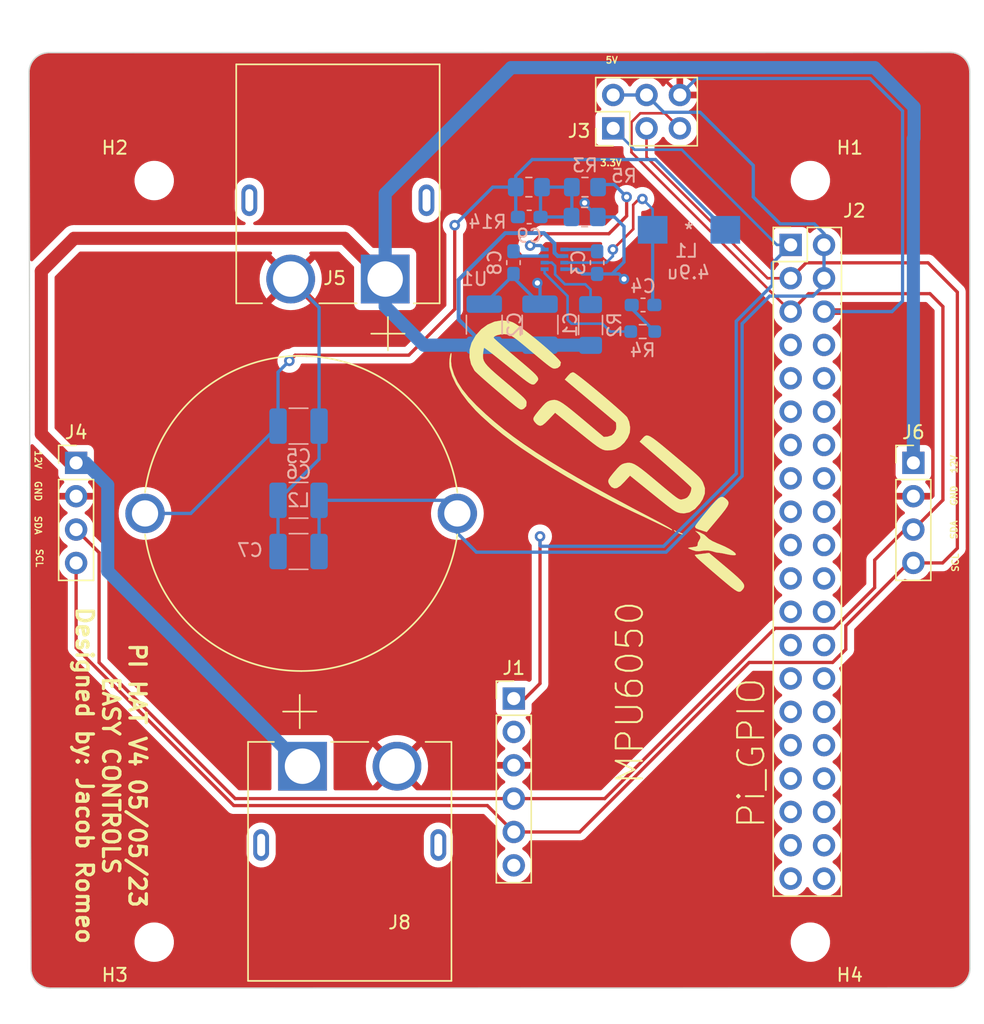
<source format=kicad_pcb>
(kicad_pcb (version 20221018) (generator pcbnew)
  (layers (0 "F.Cu" signal) (31 "B.Cu" signal) (34 "B.Paste" user) (35 "F.Paste" user) (36 "B.SilkS" user "B.Silkscreen") (37 "F.SilkS" user "F.Silkscreen") (38 "B.Mask" user) (39 "F.Mask" user) (44 "Edge.Cuts" user))
  (net 0 "")
  (net 1 "/Buck Converter/12V")
  (net 2 "Net-(U1-PG)")
  (net 3 "Net-(U1-SW)")
  (net 4 "Net-(U1-SS)")
  (net 14 "/3.3V")
  (net 34 "GND")
  (net 35 "/5V")
  (net 36 "/SCL")
  (net 37 "/SDA")
  (net 40 "Net-(C4-Pad2)")
  (net 41 "Net-(C5-Pad1)")
  (net 44 "Net-(C9-Pad2)")
  (net 49 "Net-(U1-EN{slash}SYNC)")
  (net 50 "Net-(U1-FB)")
  (net 51 "Net-(U1-BST)")
  (footprint "Connector_PinHeader_2.54mm:PinHeader_2x03_P2.54mm_Vertical" (layer "F.Cu") (at 137.475 70.525 90)
    (fp_text reference "J3" (at -0.2 -2.6) (layer "F.SilkS"))
    (fp_text value "Display")
    (pad "1" thru_hole rect (at 0 0 90) (size 1.7 1.7) (drill 1) (layers "*.Cu" "*.Mask") (net 14 "/3.3V"))
    (pad "2" thru_hole oval (at 2.54 0 90) (size 1.7 1.7) (drill 1) (layers "*.Cu" "*.Mask") (net 35 "/5V"))
    (pad "3" thru_hole oval (at 0 2.54 90) (size 1.7 1.7) (drill 1) (layers "*.Cu" "*.Mask") (net 37 "/SDA"))
    (pad "4" thru_hole oval (at 2.54 2.54 90) (size 1.7 1.7) (drill 1) (layers "*.Cu" "*.Mask") (net 35 "/5V"))
    (pad "5" thru_hole oval (at 0 5.08 90) (size 1.7 1.7) (drill 1) (layers "*.Cu" "*.Mask") (net 36 "/SCL"))
    (pad "6" thru_hole oval (at 2.54 5.08 90) (size 1.7 1.7) (drill 1) (layers "*.Cu" "*.Mask") (net 34 "GND"))
  )
  (footprint "MountingHole:MountingHole_2.5mm" (layer "F.Cu") (at 152.5 74.5)
    (fp_text reference "H1" (at 3 -2.5) (layer "F.SilkS"))
    (fp_text value "MountingHole" hide)
    (pad "" np_thru_hole circle (at 0 0) (size 2.5 2.5) (drill 2.5) (layers "*.Cu" "*.Mask"))
  )
  (footprint "MountingHole:MountingHole_2.5mm" (layer "F.Cu") (at 102.5 74.5)
    (fp_text reference "H2" (at -3 -2.5) (layer "F.SilkS"))
    (fp_text value "MountingHole" hide)
    (pad "" np_thru_hole circle (at 0 0) (size 2.5 2.5) (drill 2.5) (layers "*.Cu" "*.Mask"))
  )
  (footprint "MountingHole:MountingHole_2.5mm" (layer "F.Cu") (at 102.5 132.5)
    (fp_text reference "H3" (at -3 2.5) (layer "F.SilkS"))
    (fp_text value "MountingHole" hide)
    (pad "" np_thru_hole circle (at 0 0) (size 2.5 2.5) (drill 2.5) (layers "*.Cu" "*.Mask"))
  )
  (footprint "Connector_PinHeader_2.54mm:PinHeader_1x06_P2.54mm_Vertical" (layer "F.Cu") (at 129.9 113.95)
    (fp_text reference "J1" (at 0 -2.33) (layer "F.SilkS"))
    (fp_text value "MPU 6050")
    (pad "1" thru_hole rect (at 0 0) (size 1.7 1.7) (drill 1) (layers "*.Cu" "*.Mask") (net 14 "/3.3V"))
    (pad "2" thru_hole oval (at 0 2.54) (size 1.7 1.7) (drill 1) (layers "*.Cu" "*.Mask"))
    (pad "3" thru_hole oval (at 0 5.08) (size 1.7 1.7) (drill 1) (layers "*.Cu" "*.Mask") (net 34 "GND"))
    (pad "4" thru_hole oval (at 0 7.62) (size 1.7 1.7) (drill 1) (layers "*.Cu" "*.Mask") (net 36 "/SCL"))
    (pad "5" thru_hole oval (at 0 10.16) (size 1.7 1.7) (drill 1) (layers "*.Cu" "*.Mask") (net 37 "/SDA"))
    (pad "6" thru_hole oval (at 0 12.7) (size 1.7 1.7) (drill 1) (layers "*.Cu" "*.Mask"))
  )
  (footprint "MountingHole:MountingHole_2.5mm" (layer "F.Cu") (at 152.5 132.5)
    (fp_text reference "H4" (at 3 2.5) (layer "F.SilkS"))
    (fp_text value "MountingHole" hide)
    (pad "" np_thru_hole circle (at 0 0) (size 2.5 2.5) (drill 2.5) (layers "*.Cu" "*.Mask"))
  )
  (footprint "Connector_PinHeader_2.54mm:PinHeader_2x20_P2.54mm_Vertical" (layer "F.Cu") (at 151 79.4)
    (fp_text reference "J2" (at 4.85 -2.6) (layer "F.SilkS"))
    (fp_text value "Pi_GPIO" (at -3 38.7 90) (layer "F.SilkS") (effects (font (size 2 2))))
    (pad "1" thru_hole rect (at 0 0) (size 1.7 1.7) (drill 1) (layers "*.Cu" "*.Mask") (net 14 "/3.3V"))
    (pad "2" thru_hole oval (at 2.54 0) (size 1.7 1.7) (drill 1) (layers "*.Cu" "*.Mask") (net 35 "/5V"))
    (pad "3" thru_hole oval (at 0 2.54) (size 1.7 1.7) (drill 1) (layers "*.Cu" "*.Mask") (net 37 "/SDA"))
    (pad "4" thru_hole oval (at 2.54 2.54) (size 1.7 1.7) (drill 1) (layers "*.Cu" "*.Mask") (net 35 "/5V"))
    (pad "5" thru_hole oval (at 0 5.08) (size 1.7 1.7) (drill 1) (layers "*.Cu" "*.Mask") (net 36 "/SCL"))
    (pad "6" thru_hole oval (at 2.54 5.08) (size 1.7 1.7) (drill 1) (layers "*.Cu" "*.Mask") (net 34 "GND"))
    (pad "7" thru_hole oval (at 0 7.62) (size 1.7 1.7) (drill 1) (layers "*.Cu" "*.Mask"))
    (pad "8" thru_hole oval (at 2.54 7.62) (size 1.7 1.7) (drill 1) (layers "*.Cu" "*.Mask"))
    (pad "9" thru_hole oval (at 0 10.16) (size 1.7 1.7) (drill 1) (layers "*.Cu" "*.Mask"))
    (pad "10" thru_hole oval (at 2.54 10.16) (size 1.7 1.7) (drill 1) (layers "*.Cu" "*.Mask"))
    (pad "11" thru_hole oval (at 0 12.7) (size 1.7 1.7) (drill 1) (layers "*.Cu" "*.Mask"))
    (pad "12" thru_hole oval (at 2.54 12.7) (size 1.7 1.7) (drill 1) (layers "*.Cu" "*.Mask"))
    (pad "13" thru_hole oval (at 0 15.24) (size 1.7 1.7) (drill 1) (layers "*.Cu" "*.Mask"))
    (pad "14" thru_hole oval (at 2.54 15.24) (size 1.7 1.7) (drill 1) (layers "*.Cu" "*.Mask"))
    (pad "15" thru_hole oval (at 0 17.78) (size 1.7 1.7) (drill 1) (layers "*.Cu" "*.Mask"))
    (pad "16" thru_hole oval (at 2.54 17.78) (size 1.7 1.7) (drill 1) (layers "*.Cu" "*.Mask"))
    (pad "17" thru_hole oval (at 0 20.32) (size 1.7 1.7) (drill 1) (layers "*.Cu" "*.Mask"))
    (pad "18" thru_hole oval (at 2.54 20.32) (size 1.7 1.7) (drill 1) (layers "*.Cu" "*.Mask"))
    (pad "19" thru_hole oval (at 0 22.86) (size 1.7 1.7) (drill 1) (layers "*.Cu" "*.Mask"))
    (pad "20" thru_hole oval (at 2.54 22.86) (size 1.7 1.7) (drill 1) (layers "*.Cu" "*.Mask"))
    (pad "21" thru_hole oval (at 0 25.4) (size 1.7 1.7) (drill 1) (layers "*.Cu" "*.Mask"))
    (pad "22" thru_hole oval (at 2.54 25.4) (size 1.7 1.7) (drill 1) (layers "*.Cu" "*.Mask"))
    (pad "23" thru_hole oval (at 0 27.94) (size 1.7 1.7) (drill 1) (layers "*.Cu" "*.Mask"))
    (pad "24" thru_hole oval (at 2.54 27.94) (size 1.7 1.7) (drill 1) (layers "*.Cu" "*.Mask"))
    (pad "25" thru_hole oval (at 0 30.48) (size 1.7 1.7) (drill 1) (layers "*.Cu" "*.Mask"))
    (pad "26" thru_hole oval (at 2.54 30.48) (size 1.7 1.7) (drill 1) (layers "*.Cu" "*.Mask"))
    (pad "27" thru_hole oval (at 0 33.02) (size 1.7 1.7) (drill 1) (layers "*.Cu" "*.Mask"))
    (pad "28" thru_hole oval (at 2.54 33.02) (size 1.7 1.7) (drill 1) (layers "*.Cu" "*.Mask"))
    (pad "29" thru_hole oval (at 0 35.56) (size 1.7 1.7) (drill 1) (layers "*.Cu" "*.Mask"))
    (pad "30" thru_hole oval (at 2.54 35.56) (size 1.7 1.7) (drill 1) (layers "*.Cu" "*.Mask"))
    (pad "31" thru_hole oval (at 0 38.1) (size 1.7 1.7) (drill 1) (layers "*.Cu" "*.Mask"))
    (pad "32" thru_hole oval (at 2.54 38.1) (size 1.7 1.7) (drill 1) (layers "*.Cu" "*.Mask"))
    (pad "33" thru_hole oval (at 0 40.64) (size 1.7 1.7) (drill 1) (layers "*.Cu" "*.Mask"))
    (pad "34" thru_hole oval (at 2.54 40.64) (size 1.7 1.7) (drill 1) (layers "*.Cu" "*.Mask"))
    (pad "35" thru_hole oval (at 0 43.18) (size 1.7 1.7) (drill 1) (layers "*.Cu" "*.Mask"))
    (pad "36" thru_hole oval (at 2.54 43.18) (size 1.7 1.7) (drill 1) (layers "*.Cu" "*.Mask"))
    (pad "37" thru_hole oval (at 0 45.72) (size 1.7 1.7) (drill 1) (layers "*.Cu" "*.Mask"))
    (pad "38" thru_hole oval (at 2.54 45.72) (size 1.7 1.7) (drill 1) (layers "*.Cu" "*.Mask"))
    (pad "39" thru_hole oval (at 0 48.26) (size 1.7 1.7) (drill 1) (layers "*.Cu" "*.Mask"))
    (pad "40" thru_hole oval (at 2.54 48.26) (size 1.7 1.7) (drill 1) (layers "*.Cu" "*.Mask"))
  )
  (footprint "Connector_PinHeader_2.54mm:PinHeader_1x04_P2.54mm_Vertical" (layer "F.Cu") (at 96.55 96)
    (fp_text reference "J4" (at 0 -2.33) (layer "F.SilkS"))
    (fp_text value "Conn_01x04_Male")
    (pad "1" thru_hole rect (at 0 0) (size 1.7 1.7) (drill 1) (layers "*.Cu" "*.Mask") (net 1 "/Buck Converter/12V"))
    (pad "2" thru_hole oval (at 0 2.54) (size 1.7 1.7) (drill 1) (layers "*.Cu" "*.Mask") (net 34 "GND"))
    (pad "3" thru_hole oval (at 0 5.08) (size 1.7 1.7) (drill 1) (layers "*.Cu" "*.Mask") (net 36 "/SCL"))
    (pad "4" thru_hole oval (at 0 7.62) (size 1.7 1.7) (drill 1) (layers "*.Cu" "*.Mask") (net 37 "/SDA"))
  )
  (footprint ".pretty:AMASS_XT60PW-M" (layer "F.Cu") (at 116.5 76)
    (fp_text reference "J5" (at -0.25 5.93425) (layer "F.SilkS") (effects (font (size 1.000441 1.000441))))
    (fp_text value "XT60PW-M")
    (pad "1" thru_hole rect (at 3.6 6) (size 3.716 3.716) (drill 2.7) (layers "*.Cu" "*.Mask") (net 1 "/Buck Converter/12V"))
    (pad "2" thru_hole circle (at -3.6 6) (size 3.716 3.716) (drill 2.7) (layers "*.Cu" "*.Mask") (net 34 "GND"))
    (pad "S1" thru_hole oval (at 6.75 0) (size 1.2 2.4) (drill oval 0.6 1.7) (layers "*.Cu" "*.Mask"))
    (pad "S2" thru_hole oval (at -6.75 0) (size 1.2 2.4) (drill oval 0.6 1.7) (layers "*.Cu" "*.Mask"))
  )
  (footprint ".pretty:eppl_logo" (layer "F.Cu") (at 137.16 95.9104 -40)
    (fp_text reference "G***" hide)
    (fp_text value "LOGO" hide)
  )
  (footprint ".pretty:AMASS_XT60PW-M" (layer "F.Cu") (at 117.4 125.1 180)
    (fp_text reference "J8" (at -3.8 -5.9) (layer "F.SilkS") (effects (font (size 1.000441 1.000441))))
    (fp_text value "XT60PW-M")
    (pad "1" thru_hole rect (at 3.6 6 180) (size 3.716 3.716) (drill 2.7) (layers "*.Cu" "*.Mask") (net 1 "/Buck Converter/12V"))
    (pad "2" thru_hole circle (at -3.6 6 180) (size 3.716 3.716) (drill 2.7) (layers "*.Cu" "*.Mask") (net 34 "GND"))
    (pad "S1" thru_hole oval (at 6.75 0 180) (size 1.2 2.4) (drill oval 0.6 1.7) (layers "*.Cu" "*.Mask"))
    (pad "S2" thru_hole oval (at -6.75 0 180) (size 1.2 2.4) (drill oval 0.6 1.7) (layers "*.Cu" "*.Mask"))
  )
  (footprint ".pretty:IND_AIRD-02-151K" (layer "F.Cu") (at 113.7 99.85)
    (fp_text reference "L2" (at -0.2 -1) (layer "B.SilkS") (effects (justify mirror)))
    (fp_text value "220u")
    (pad "1" thru_hole circle (at -11.9 0) (size 3 3) (drill 2) (layers "*.Cu" "*.Mask") (net 41 "Net-(C5-Pad1)"))
    (pad "2" thru_hole circle (at 11.9 0) (size 3 3) (drill 2) (layers "*.Cu" "*.Mask") (net 35 "/5V"))
  )
  (footprint "Connector_PinHeader_2.54mm:PinHeader_1x04_P2.54mm_Vertical" (layer "F.Cu") (at 160.35 96)
    (fp_text reference "J6" (at 0 -2.33) (layer "F.SilkS"))
    (fp_text value "Conn_01x04_Male")
    (pad "1" thru_hole rect (at 0 0) (size 1.7 1.7) (drill 1) (layers "*.Cu" "*.Mask") (net 1 "/Buck Converter/12V"))
    (pad "2" thru_hole oval (at 0 2.54) (size 1.7 1.7) (drill 1) (layers "*.Cu" "*.Mask") (net 34 "GND"))
    (pad "3" thru_hole oval (at 0 5.08) (size 1.7 1.7) (drill 1) (layers "*.Cu" "*.Mask") (net 36 "/SCL"))
    (pad "4" thru_hole oval (at 0 7.62) (size 1.7 1.7) (drill 1) (layers "*.Cu" "*.Mask") (net 37 "/SDA"))
  )
  (footprint "Capacitor_SMD:C_1210_3225Metric_Pad1.33x2.70mm_HandSolder" (layer "B.Cu") (at 113.5 102.75 180)
    (fp_text reference "C7" (at 3.7 0.1) (layer "B.SilkS") (effects (justify mirror)))
    (fp_text value "22u")
    (pad "1" smd roundrect (at -1.5625 0 180) (size 1.325 2.7) (layers "B.Cu" "B.Paste" "B.Mask") (roundrect_rratio 0.1886792453) (net 35 "/5V"))
    (pad "2" smd roundrect (at 1.5625 0 180) (size 1.325 2.7) (layers "B.Cu" "B.Paste" "B.Mask") (roundrect_rratio 0.1886792453) (net 34 "GND"))
  )
  (footprint "Capacitor_SMD:C_0603_1608Metric_Pad1.08x0.95mm_HandSolder" (layer "B.Cu") (at 131.075 77.275)
    (fp_text reference "C9" (at 0 1.43) (layer "B.SilkS") (effects (justify mirror)))
    (fp_text value "10p")
    (pad "1" smd roundrect (at -0.8625 0) (size 1.075 0.95) (layers "B.Cu" "B.Paste" "B.Mask") (net 41 "Net-(C5-Pad1)"))
    (pad "2" smd roundrect (at 0.8625 0) (size 1.075 0.95) (layers "B.Cu" "B.Paste" "B.Mask") (net 44 "Net-(C9-Pad2)"))
  )
  (footprint "Capacitor_SMD:C_0603_1608Metric_Pad1.08x0.95mm_HandSolder" (layer "B.Cu") (at 136.25 80.75 -90)
    (fp_text reference "C3" (at 0 1.43 90) (layer "B.SilkS") (effects (justify mirror)))
    (fp_text value "1n")
    (pad "1" smd roundrect (at -0.8625 0 270) (size 1.075 0.95) (layers "B.Cu" "B.Paste" "B.Mask") (net 2 "Net-(U1-PG)"))
    (pad "2" smd roundrect (at 0.8625 0 270) (size 1.075 0.95) (layers "B.Cu" "B.Paste" "B.Mask") (net 34 "GND"))
  )
  (footprint "Capacitor_SMD:C_1210_3225Metric_Pad1.33x2.70mm_HandSolder" (layer "B.Cu") (at 113.5 98.85 180)
    (fp_text reference "C6" (at 0 2.15) (layer "B.SilkS") (effects (justify mirror)))
    (fp_text value "22u")
    (pad "1" smd roundrect (at -1.5625 0 180) (size 1.325 2.7) (layers "B.Cu" "B.Paste" "B.Mask") (roundrect_rratio 0.1886792453) (net 35 "/5V"))
    (pad "2" smd roundrect (at 1.5625 0 180) (size 1.325 2.7) (layers "B.Cu" "B.Paste" "B.Mask") (roundrect_rratio 0.1886792453) (net 34 "GND"))
  )
  (footprint "Capacitor_SMD:C_1210_3225Metric_Pad1.33x2.70mm_HandSolder" (layer "B.Cu") (at 131.9 85.475 90)
    (fp_text reference "C1" (at 0 2.3 90) (layer "B.SilkS") (effects (justify mirror)))
    (fp_text value "22u")
    (pad "1" smd roundrect (at -1.5625 0 90) (size 1.325 2.7) (layers "B.Cu" "B.Paste" "B.Mask") (roundrect_rratio 0.1886792453) (net 1 "/Buck Converter/12V"))
    (pad "2" smd roundrect (at 1.5625 0 90) (size 1.325 2.7) (layers "B.Cu" "B.Paste" "B.Mask") (roundrect_rratio 0.1886792453) (net 34 "GND"))
  )
  (footprint "Capacitor_SMD:C_1210_3225Metric_Pad1.33x2.70mm_HandSolder" (layer "B.Cu") (at 127.65 85.475 90)
    (fp_text reference "C2" (at 0 2.3 90) (layer "B.SilkS") (effects (justify mirror)))
    (fp_text value "0.1u")
    (pad "1" smd roundrect (at -1.5625 0 90) (size 1.325 2.7) (layers "B.Cu" "B.Paste" "B.Mask") (roundrect_rratio 0.1886792453) (net 1 "/Buck Converter/12V"))
    (pad "2" smd roundrect (at 1.5625 0 90) (size 1.325 2.7) (layers "B.Cu" "B.Paste" "B.Mask") (roundrect_rratio 0.1886792453) (net 34 "GND"))
  )
  (footprint "Resistor_SMD:R_1206_3216Metric_Pad1.30x1.75mm_HandSolder" (layer "B.Cu") (at 135.75 85.5 90)
    (fp_text reference "R2" (at 0 1.82 90) (layer "B.SilkS") (effects (justify mirror)))
    (fp_text value "604k")
    (pad "1" smd roundrect (at -1.55 0 90) (size 1.3 1.75) (layers "B.Cu" "B.Paste" "B.Mask") (roundrect_rratio 0.1923076923) (net 1 "/Buck Converter/12V"))
    (pad "2" smd roundrect (at 1.55 0 90) (size 1.3 1.75) (layers "B.Cu" "B.Paste" "B.Mask") (roundrect_rratio 0.1923076923) (net 49 "Net-(U1-EN{slash}SYNC)"))
  )
  (footprint "Capacitor_SMD:C_0603_1608Metric_Pad1.08x0.95mm_HandSolder" (layer "B.Cu") (at 139.75 83.975 180)
    (fp_text reference "C4" (at 0 1.43) (layer "B.SilkS") (effects (justify mirror)))
    (fp_text value "1u")
    (pad "1" smd roundrect (at -0.8625 0 180) (size 1.075 0.95) (layers "B.Cu" "B.Paste" "B.Mask") (net 3 "Net-(U1-SW)"))
    (pad "2" smd roundrect (at 0.8625 0 180) (size 1.075 0.95) (layers "B.Cu" "B.Paste" "B.Mask") (net 40 "Net-(C4-Pad2)"))
  )
  (footprint "Resistor_SMD:R_0805_2012Metric_Pad1.20x1.40mm_HandSolder" (layer "B.Cu") (at 135.3 77.275 180)
    (fp_text reference "R5" (at -3 3.125) (layer "B.SilkS") (effects (justify mirror)))
    (fp_text value "7.68K")
    (pad "1" smd roundrect (at -1 0 180) (size 1.2 1.4) (layers "B.Cu" "B.Paste" "B.Mask") (roundrect_rratio 0.2083333333) (net 34 "GND"))
    (pad "2" smd roundrect (at 1 0 180) (size 1.2 1.4) (layers "B.Cu" "B.Paste" "B.Mask") (roundrect_rratio 0.2083333333) (net 44 "Net-(C9-Pad2)"))
  )
  (footprint ".pretty:744777004" (layer "B.Cu") (at 143.25 78.25)
    (fp_text reference "L1" (at -0.2 1.6 180) (layer "B.SilkS") (effects (justify mirror)))
    (fp_text value "4.9u" (at -0.05 3.25 180) (layer "B.SilkS") (effects (justify mirror)))
    (fp_text user "*" (at 0 0 180) (layer "B.SilkS") (effects (justify mirror)))
    (pad "1" smd rect (at -2.7686 0 270) (size 2.1082 2.2606) (layers "B.Cu" "B.Paste" "B.Mask") (net 3 "Net-(U1-SW)"))
    (pad "2" smd rect (at 2.7686 0 270) (size 2.1082 2.2606) (layers "B.Cu" "B.Paste" "B.Mask") (net 41 "Net-(C5-Pad1)"))
  )
  (footprint "Resistor_SMD:R_0805_2012Metric_Pad1.20x1.40mm_HandSolder" (layer "B.Cu") (at 131.05 75)
    (fp_text reference "R14" (at -3.15 2.65) (layer "B.SilkS") (effects (justify mirror)))
    (fp_text value "40.2k")
    (pad "1" smd roundrect (at -1 0) (size 1.2 1.4) (layers "B.Cu" "B.Paste" "B.Mask") (roundrect_rratio 0.2083333333) (net 41 "Net-(C5-Pad1)"))
    (pad "2" smd roundrect (at 1 0) (size 1.2 1.4) (layers "B.Cu" "B.Paste" "B.Mask") (roundrect_rratio 0.2083333333) (net 44 "Net-(C9-Pad2)"))
  )
  (footprint ".pretty:MP2393GTL-P" (layer "B.Cu") (at 133 80.5 180)
    (fp_text reference "U1" (at 6.1 -1.5) (layer "B.SilkS") (effects (justify mirror)))
    (fp_text value "MP2315GJ-Z" hide)
    (pad "1" smd rect (at -0.7493 0.750001 180) (size 0.6096 0.2794) (layers "B.Cu" "B.Paste" "B.Mask") (net 2 "Net-(U1-PG)"))
    (pad "2" smd rect (at -0.7493 0.25 180) (size 0.6096 0.2794) (layers "B.Cu" "B.Paste" "B.Mask") (net 1 "/Buck Converter/12V"))
    (pad "3" smd rect (at -0.7493 -0.25 180) (size 0.6096 0.2794) (layers "B.Cu" "B.Paste" "B.Mask") (net 3 "Net-(U1-SW)"))
    (pad "4" smd rect (at -0.7493 -0.750001 180) (size 0.6096 0.2794) (layers "B.Cu" "B.Paste" "B.Mask") (net 34 "GND"))
    (pad "5" smd rect (at 0.7493 -0.750001 180) (size 0.6096 0.2794) (layers "B.Cu" "B.Paste" "B.Mask") (net 51 "Net-(U1-BST)"))
    (pad "6" smd rect (at 0.7493 -0.25 180) (size 0.6096 0.2794) (layers "B.Cu" "B.Paste" "B.Mask") (net 49 "Net-(U1-EN{slash}SYNC)"))
    (pad "7" smd rect (at 0.7493 0.25 180) (size 0.6096 0.2794) (layers "B.Cu" "B.Paste" "B.Mask") (net 4 "Net-(U1-SS)"))
    (pad "8" smd rect (at 0.7493 0.750001 180) (size 0.6096 0.2794) (layers "B.Cu" "B.Paste" "B.Mask") (net 50 "Net-(U1-FB)"))
  )
  (footprint "Capacitor_SMD:C_0603_1608Metric_Pad1.08x0.95mm_HandSolder" (layer "B.Cu") (at 129.875 80.75 -90)
    (fp_text reference "C8" (at 0 1.43 90) (layer "B.SilkS") (effects (justify mirror)))
    (fp_text value "6.8n")
    (pad "1" smd roundrect (at -0.8625 0 270) (size 1.075 0.95) (layers "B.Cu" "B.Paste" "B.Mask") (net 4 "Net-(U1-SS)"))
    (pad "2" smd roundrect (at 0.8625 0 270) (size 1.075 0.95) (layers "B.Cu" "B.Paste" "B.Mask") (net 34 "GND"))
  )
  (footprint "Resistor_SMD:R_0603_1608Metric_Pad0.98x0.95mm_HandSolder" (layer "B.Cu") (at 139.725 86)
    (fp_text reference "R4" (at 0 1.43) (layer "B.SilkS") (effects (justify mirror)))
    (fp_text value "20")
    (pad "1" smd roundrect (at -0.9125 0) (size 0.975 0.95) (layers "B.Cu" "B.Paste" "B.Mask") (net 51 "Net-(U1-BST)"))
    (pad "2" smd roundrect (at 0.9125 0) (size 0.975 0.95) (layers "B.Cu" "B.Paste" "B.Mask") (net 40 "Net-(C4-Pad2)"))
  )
  (footprint "Capacitor_SMD:C_1210_3225Metric_Pad1.33x2.70mm_HandSolder" (layer "B.Cu") (at 113.5 93.2)
    (fp_text reference "C5" (at 0 2.3) (layer "B.SilkS") (effects (justify mirror)))
    (fp_text value "22u")
    (pad "1" smd roundrect (at -1.5625 0) (size 1.325 2.7) (layers "B.Cu" "B.Paste" "B.Mask") (roundrect_rratio 0.1886792453) (net 41 "Net-(C5-Pad1)"))
    (pad "2" smd roundrect (at 1.5625 0) (size 1.325 2.7) (layers "B.Cu" "B.Paste" "B.Mask") (roundrect_rratio 0.1886792453) (net 34 "GND"))
  )
  (footprint "Resistor_SMD:R_0805_2012Metric_Pad1.20x1.40mm_HandSolder" (layer "B.Cu") (at 135.325 75 180)
    (fp_text reference "R3" (at 0 1.65) (layer "B.SilkS") (effects (justify mirror)))
    (fp_text value "15k")
    (pad "1" smd roundrect (at -1 0 180) (size 1.2 1.4) (layers "B.Cu" "B.Paste" "B.Mask") (roundrect_rratio 0.2083333333) (net 50 "Net-(U1-FB)"))
    (pad "2" smd roundrect (at 1 0 180) (size 1.2 1.4) (layers "B.Cu" "B.Paste" "B.Mask") (roundrect_rratio 0.2083333333) (net 44 "Net-(C9-Pad2)"))
  )
  (gr_line (start 94.46066 64.7625) (end 163.15 64.7375) (stroke (width 0.1)) (layer "Edge.Cuts"))
  (gr_arc (start 92.96066 66.2625) (mid 93.400012 65.201852) (end 94.46066 64.7625) (stroke (width 0.1)) (layer "Edge.Cuts"))
  (gr_line (start 93.1 134.5) (end 92.96066 66.2625) (stroke (width 0.1)) (layer "Edge.Cuts"))
  (gr_arc (start 164.66434 134.48934) (mid 164.225 135.55) (end 163.16434 135.98934) (stroke (width 0.1)) (layer "Edge.Cuts"))
  (gr_line (start 164.65 66.2375) (end 164.66434 134.48934) (stroke (width 0.1)) (layer "Edge.Cuts"))
  (gr_arc (start 94.6 136) (mid 93.53934 135.56066) (end 93.1 134.5) (stroke (width 0.1)) (layer "Edge.Cuts"))
  (gr_arc (start 163.15 64.7375) (mid 164.210674 65.176837) (end 164.65 66.2375) (stroke (width 0.1)) (layer "Edge.Cuts"))
  (gr_line (start 163.16434 135.98934) (end 94.6 136) (stroke (width 0.1)) (layer "Edge.Cuts"))
  (gr_text "MPU6050" (at 138.75 113.5 90) (layer "F.SilkS") (effects (font (size 2 2))))
  (gr_text "3.3V" (at 137.3 73.152) (layer "F.SilkS") (effects (font (size 0.5 0.5) (thickness 0.1))))
  (gr_text "5V" (at 137.3632 65.3288) (layer "F.SilkS") (effects (font (size 0.5 0.5) (thickness 0.1))))
  (gr_text "SCL" (at 163.55 103.6 90) (layer "F.SilkS") (effects (font (size 0.5 0.5) (thickness 0.1))))
  (gr_text "GND" (at 93.65 98.15 -90) (layer "F.SilkS") (effects (font (size 0.5 0.5) (thickness 0.1))))
  (gr_text "SDA" (at 163.45 101.1 90) (layer "F.SilkS") (effects (font (size 0.5 0.5) (thickness 0.1))))
  (gr_text "12V" (at 93.65 95.75 -90) (layer "F.SilkS") (effects (font (size 0.5 0.5) (thickness 0.1))))
  (gr_text "SDA" (at 93.65 100.75 -90) (layer "F.SilkS") (effects (font (size 0.5 0.5) (thickness 0.1))))
  (gr_text "SCL" (at 93.75 103.25 -90) (layer "F.SilkS") (effects (font (size 0.5 0.5) (thickness 0.1))))
  (gr_text "GND" (at 163.45 98.5 90) (layer "F.SilkS") (effects (font (size 0.5 0.5) (thickness 0.1))))
  (gr_text "12V" (at 163.45 96.1 90) (layer "F.SilkS") (effects (font (size 0.5 0.5) (thickness 0.1))))
  (gr_text "PI HAT V4 05/05/23\nEASY CONTROLS\nDesigned by: Jacob Romeo" (at 99.2 119.8 270) (layer "F.SilkS") (effects (font (size 1.25 1.25) (thickness 0.25))))
  (segment (start 96.1 96) (end 93.9 93.8) (width 1) (layer "F.Cu") (net 1))
  (segment (start 96.55 96) (end 96.1 96) (width 1) (layer "F.Cu") (net 1))
  (segment (start 93.9 81.4) (end 96.4 78.9) (width 1) (layer "F.Cu") (net 1))
  (segment (start 117 78.9) (end 120.1 82) (width 1) (layer "F.Cu") (net 1))
  (segment (start 93.9 93.8) (end 93.9 81.4) (width 1) (layer "F.Cu") (net 1))
  (segment (start 96.4 78.9) (end 117 78.9) (width 1) (layer "F.Cu") (net 1))
  (segment (start 133 80) (end 133 79.3) (width 0.3) (layer "B.Cu") (net 1))
  (segment (start 129.25 78.5) (end 125.7 82.05) (width 0.3) (layer "B.Cu") (net 1))
  (segment (start 160.4 68.908274) (end 160.4 71.25) (width 1) (layer "B.Cu") (net 1))
  (segment (start 133.7493 80.25) (end 133.25 80.25) (width 0.3) (layer "B.Cu") (net 1))
  (segment (start 135.7375 87.0375) (end 135.75 87.05) (width 0.25) (layer "B.Cu") (net 1))
  (segment (start 133.25 80.25) (end 133 80) (width 0.3) (layer "B.Cu") (net 1))
  (segment (start 97.27 96) (end 98.9584 97.6884) (width 1) (layer "B.Cu") (net 1))
  (segment (start 133 79.3) (end 132.2 78.5) (width 0.3) (layer "B.Cu") (net 1))
  (segment (start 98.9584 104.2584) (end 113.8 119.1) (width 1) (layer "B.Cu") (net 1))
  (segment (start 120.1 82) (end 120.1 84.0828) (width 1) (layer "B.Cu") (net 1))
  (segment (start 132.2 78.5) (end 129.25 78.5) (width 0.3) (layer "B.Cu") (net 1))
  (segment (start 131.9 87.0375) (end 135.7375 87.0375) (width 1) (layer "B.Cu") (net 1))
  (segment (start 98.9584 97.6884) (end 98.9584 104.2584) (width 1) (layer "B.Cu") (net 1))
  (segment (start 120.1 75.5) (end 129.7 65.9) (width 1) (layer "B.Cu") (net 1))
  (segment (start 157.391726 65.9) (end 160.4 68.908274) (width 1) (layer "B.Cu") (net 1))
  (segment (start 129.7 65.9) (end 157.391726 65.9) (width 1) (layer "B.Cu") (net 1))
  (segment (start 123.0547 87.0375) (end 127.65 87.0375) (width 1) (layer "B.Cu") (net 1))
  (segment (start 120.1 84.0828) (end 123.0547 87.0375) (width 1) (layer "B.Cu") (net 1))
  (segment (start 160.35 71.3) (end 160.35 96) (width 1) (layer "B.Cu") (net 1))
  (segment (start 160.4 71.25) (end 160.35 71.3) (width 1) (layer "B.Cu") (net 1))
  (segment (start 120.1 82) (end 120.1 75.5) (width 1) (layer "B.Cu") (net 1))
  (segment (start 125.7 85.0875) (end 127.65 87.0375) (width 0.3) (layer "B.Cu") (net 1))
  (segment (start 96.55 96) (end 97.27 96) (width 1) (layer "B.Cu") (net 1))
  (segment (start 125.7 82.05) (end 125.7 85.0875) (width 0.3) (layer "B.Cu") (net 1))
  (segment (start 127.65 87.0375) (end 131.9 87.0375) (width 1) (layer "B.Cu") (net 1))
  (segment (start 136.25 79.8875) (end 136.112499 79.749999) (width 0.25) (layer "B.Cu") (net 2))
  (segment (start 136.112499 79.749999) (end 133.7493 79.749999) (width 0.25) (layer "B.Cu") (net 2))
  (segment (start 139.25 76.1) (end 139.45 75.9) (width 0.2) (layer "F.Cu") (net 3))
  (segment (start 137.45 79.75) (end 139 78.2) (width 0.2) (layer "F.Cu") (net 3))
  (segment (start 139 78.2) (end 139 76.35) (width 0.2) (layer "F.Cu") (net 3))
  (segment (start 139.45 75.9) (end 139.7 75.9) (width 0.2) (layer "F.Cu") (net 3))
  (segment (start 139 76.35) (end 139.25 76.1) (width 0.2) (layer "F.Cu") (net 3))
  (via (at 139.7 75.9) (size 0.8) (drill 0.4) (layers "F.Cu" "B.Cu") (net 3))
  (via (at 137.45 79.75) (size 0.8) (drill 0.4) (layers "F.Cu" "B.Cu") (net 3))
  (segment (start 139.7 75.9) (end 140.4814 76.6814) (width 0.2) (layer "B.Cu") (net 3))
  (segment (start 137.4 80.3) (end 137.45 80.25) (width 0.2) (layer "B.Cu") (net 3))
  (segment (start 133.7493 80.75) (end 136.95 80.75) (width 0.2) (layer "B.Cu") (net 3))
  (segment (start 140.4814 78.25) (end 140.4814 83.8439) (width 0.25) (layer "B.Cu") (net 3))
  (segment (start 140.4814 76.6814) (end 140.4814 78.25) (width 0.2) (layer "B.Cu") (net 3))
  (segment (start 137.45 80.25) (end 137.45 79.75) (width 0.2) (layer "B.Cu") (net 3))
  (segment (start 140.4814 83.8439) (end 140.6125 83.975) (width 0.25) (layer "B.Cu") (net 3))
  (segment (start 136.95 80.75) (end 137.4 80.3) (width 0.2) (layer "B.Cu") (net 3))
  (segment (start 130.2375 80.25) (end 129.875 79.8875) (width 0.25) (layer "B.Cu") (net 4))
  (segment (start 132.2507 80.25) (end 130.2375 80.25) (width 0.25) (layer "B.Cu") (net 4))
  (segment (start 131.3 113.4) (end 131.9 112.8) (width 0.25) (layer "F.Cu") (net 14))
  (segment (start 130.75 113.95) (end 131.3 113.4) (width 0.25) (layer "F.Cu") (net 14))
  (segment (start 129.9 113.95) (end 130.75 113.95) (width 0.25) (layer "F.Cu") (net 14))
  (segment (start 131.9 112.8) (end 131.9 101.6) (width 0.25) (layer "F.Cu") (net 14))
  (via (at 131.9 101.6) (size 0.8) (drill 0.4) (layers "F.Cu" "B.Cu") (net 14))
  (segment (start 149.6 82.463604) (end 149.6 80.8) (width 0.25) (layer "B.Cu") (net 14))
  (segment (start 131.95 102.35) (end 141.313604 102.35) (width 0.25) (layer "B.Cu") (net 14))
  (segment (start 146.85 85.213604) (end 149.6 82.463604) (width 0.25) (layer "B.Cu") (net 14))
  (segment (start 142.702022 72.15) (end 149.952022 79.4) (width 0.2) (layer "B.Cu") (net 14))
  (segment (start 131.9 101.6) (end 131.9 102.3) (width 0.25) (layer "B.Cu") (net 14))
  (segment (start 131.9 102.3) (end 131.95 102.35) (width 0.25) (layer "B.Cu") (net 14))
  (segment (start 149.6 80.8) (end 151 79.4) (width 0.25) (layer "B.Cu") (net 14))
  (segment (start 139.1 72.15) (end 142.702022 72.15) (width 0.2) (layer "B.Cu") (net 14))
  (segment (start 141.313604 102.35) (end 146.85 96.813604) (width 0.25) (layer "B.Cu") (net 14))
  (segment (start 146.85 96.813604) (end 146.85 85.213604) (width 0.25) (layer "B.Cu") (net 14))
  (segment (start 137.475 70.525) (end 139.1 72.15) (width 0.2) (layer "B.Cu") (net 14))
  (segment (start 149.952022 79.4) (end 151 79.4) (width 0.2) (layer "B.Cu") (net 14))
  (segment (start 135.1 67.9) (end 135.1 76) (width 0.25) (layer "F.Cu") (net 34))
  (segment (start 141.17 66.6) (end 140.5 66.6) (width 0.25) (layer "F.Cu") (net 34))
  (segment (start 138 82.3) (end 138.3 82) (width 0.25) (layer "F.Cu") (net 34))
  (segment (start 140.5 66.6) (end 136.4 66.6) (width 0.25) (layer "F.Cu") (net 34))
  (segment (start 135.1 76) (end 135.3 76.2) (width 0.25) (layer "F.Cu") (net 34))
  (segment (start 131.7 82.3) (end 138 82.3) (width 0.25) (layer "F.Cu") (net 34))
  (segment (start 136.4 66.6) (end 135.1 67.9) (width 0.25) (layer "F.Cu") (net 34))
  (segment (start 142.555 67.985) (end 141.17 66.6) (width 0.25) (layer "F.Cu") (net 34))
  (via (at 135.3 76.2) (size 0.8) (drill 0.4) (layers "F.Cu" "B.Cu") (net 34))
  (via (at 138.3 82) (size 0.8) (drill 0.4) (layers "F.Cu" "B.Cu") (net 34))
  (via (at 131.7 82.3) (size 0.8) (drill 0.4) (layers "F.Cu" "B.Cu") (net 34))
  (segment (start 138.3 82) (end 137.9125 81.6125) (width 0.25) (layer "B.Cu") (net 34))
  (segment (start 138.3 78) (end 137.575 77.275) (width 0.25) (layer "B.Cu") (net 34))
  (segment (start 134.750001 81.250001) (end 133.7493 81.250001) (width 0.25) (layer "B.Cu") (net 34))
  (segment (start 135.1125 81.6125) (end 134.750001 81.250001) (width 0.25) (layer "B.Cu") (net 34))
  (segment (start 137.9125 81.6125) (end 137.3875 81.6125) (width 0.25) (layer "B.Cu") (net 34))
  (segment (start 129.875 81.6125) (end 129.875 81.8875) (width 0.25) (layer "B.Cu") (net 34))
  (segment (start 136.25 81.6125) (end 135.1125 81.6125) (width 0.25) (layer "B.Cu") (net 34))
  (segment (start 135.3 76.2) (end 135.3 76.275) (width 0.25) (layer "B.Cu") (net 34))
  (segment (start 131.9 83.9125) (end 131.9 82.5) (width 0.25) (layer "B.Cu") (net 34))
  (segment (start 111.9375 98.85) (end 111.9375 102.75) (width 0.25) (layer "B.Cu") (net 34))
  (segment (start 137.575 77.275) (end 136.3 77.275) (width 0.25) (layer "B.Cu") (net 34))
  (segment (start 129.875 81.8875) (end 131.9 83.9125) (width 0.25) (layer "B.Cu") (net 34))
  (segment (start 115.0625 95.725) (end 111.9375 98.85) (width 0.25) (layer "B.Cu") (net 34))
  (segment (start 157.05 66.725) (end 143.815 66.725) (width 0.25) (layer "B.Cu") (net 34))
  (segment (start 129.875 81.6875) (end 127.65 83.9125) (width 0.25) (layer "B.Cu") (net 34))
  (segment (start 143.815 66.725) (end 142.555 67.985) (width 0.25) (layer "B.Cu") (net 34))
  (segment (start 138.3 80.7) (end 138.3 78) (width 0.25) (layer "B.Cu") (net 34))
  (segment (start 115.0625 93.2) (end 115.0625 95.725) (width 0.25) (layer "B.Cu") (net 34))
  (segment (start 129.875 81.6125) (end 129.875 81.6875) (width 0.25) (layer "B.Cu") (net 34))
  (segment (start 135.3 76.275) (end 136.3 77.275) (width 0.25) (layer "B.Cu") (net 34))
  (segment (start 112.9 82) (end 115.0625 84.1625) (width 0.25) (layer "B.Cu") (net 34))
  (segment (start 158.72 84.48) (end 159.525 83.675) (width 0.25) (layer "B.Cu") (net 34))
  (segment (start 159.525 69.2) (end 157.05 66.725) (width 0.25) (layer "B.Cu") (net 34))
  (segment (start 131.9 82.5) (end 131.7 82.3) (width 0.25) (layer "B.Cu") (net 34))
  (segment (start 136.25 81.6125) (end 137.3875 81.6125) (width 0.25) (layer "B.Cu") (net 34))
  (segment (start 115.0625 84.1625) (end 115.0625 93.2) (width 0.25) (layer "B.Cu") (net 34))
  (segment (start 137.3875 81.6125) (end 138.3 80.7) (width 0.25) (layer "B.Cu") (net 34))
  (segment (start 153.54 84.48) (end 158.72 84.48) (width 0.25) (layer "B.Cu") (net 34))
  (segment (start 159.525 83.675) (end 159.525 69.2) (width 0.25) (layer "B.Cu") (net 34))
  (segment (start 127.05 102.8) (end 141.5 102.8) (width 0.25) (layer "B.Cu") (net 35))
  (segment (start 147.3 85.4) (end 149.4 83.3) (width 0.25) (layer "B.Cu") (net 35))
  (segment (start 148.15 73.35) (end 148.15 75.75) (width 0.25) (layer "B.Cu") (net 35))
  (segment (start 153.54 78.54) (end 153.54 79.4) (width 0.25) (layer "B.Cu") (net 35))
  (segment (start 140.015 67.985) (end 141.33 69.3) (width 0.25) (layer "B.Cu") (net 35))
  (segment (start 141.33 69.3) (end 144.1 69.3) (width 0.25) (layer "B.Cu") (net 35))
  (segment (start 125.55 99.85) (end 124.55 98.85) (width 0.25) (layer "B.Cu") (net 35))
  (segment (start 141.5 102.8) (end 147.3 97) (width 0.25) (layer "B.Cu") (net 35))
  (segment (start 125.6 99.85) (end 125.55 99.85) (width 0.25) (layer "B.Cu") (net 35))
  (segment (start 125.6 101.35) (end 125.6 99.85) (width 0.25) (layer "B.Cu") (net 35))
  (segment (start 150.2 77.8) (end 152.8 77.8) (width 0.25) (layer "B.Cu") (net 35))
  (segment (start 144.1 69.3) (end 148.15 73.35) (width 0.25) (layer "B.Cu") (net 35))
  (segment (start 147.3 97) (end 147.3 85.4) (width 0.25) (layer "B.Cu") (net 35))
  (segment (start 152.7 83.3) (end 153.54 82.46) (width 0.25) (layer "B.Cu") (net 35))
  (segment (start 115.0625 98.85) (end 115.0625 102.75) (width 0.25) (layer "B.Cu") (net 35))
  (segment (start 124.55 98.85) (end 115.0625 98.85) (width 0.25) (layer "B.Cu") (net 35))
  (segment (start 153.54 79.4) (end 153.54 81.94) (width 0.25) (layer "B.Cu") (net 35))
  (segment (start 127.05 102.8) (end 125.6 101.35) (width 0.25) (layer "B.Cu") (net 35))
  (segment (start 149.4 83.3) (end 152.7 83.3) (width 0.25) (layer "B.Cu") (net 35))
  (segment (start 148.15 75.75) (end 150.2 77.8) (width 0.25) (layer "B.Cu") (net 35))
  (segment (start 153.54 82.46) (end 153.54 81.94) (width 0.25) (layer "B.Cu") (net 35))
  (segment (start 137.475 67.985) (end 140.015 67.985) (width 0.25) (layer "B.Cu") (net 35))
  (segment (start 152.8 77.8) (end 153.54 78.54) (width 0.25) (layer "B.Cu") (net 35))
  (segment (start 162.6 84.1) (end 161.614511 83.114511) (width 0.25) (layer "F.Cu") (net 36))
  (segment (start 157.4 105.5) (end 157.4 103.4) (width 0.25) (layer "F.Cu") (net 36))
  (segment (start 160.35 101.08) (end 162.6 98.83) (width 0.25) (layer "F.Cu") (net 36))
  (segment (start 98.3 111.2) (end 98.3 102.83) (width 0.25) (layer "F.Cu") (net 36))
  (segment (start 139.538856 69.375489) (end 138.865489 70.048856) (width 0.2) (layer "F.Cu") (net 36))
  (segment (start 142.555 70.525) (end 141.405489 69.375489) (width 0.2) (layer "F.Cu") (net 36))
  (segment (start 161.614511 83.114511) (end 152.365489 83.114511) (width 0.25) (layer "F.Cu") (net 36))
  (segment (start 152.365489 83.114511) (end 151 84.48) (width 0.25) (layer "F.Cu") (net 36))
  (segment (start 149.8 108.6) (end 154.3 108.6) (width 0.25) (layer "F.Cu") (net 36))
  (segment (start 98.3 102.83) (end 96.55 101.08) (width 0.25) (layer "F.Cu") (net 36))
  (segment (start 136.83 121.57) (end 149.8 108.6) (width 0.25) (layer "F.Cu") (net 36))
  (segment (start 141.405489 69.375489) (end 139.538856 69.375489) (width 0.2) (layer "F.Cu") (net 36))
  (segment (start 154.3 108.6) (end 157.4 105.5) (width 0.25) (layer "F.Cu") (net 36))
  (segment (start 162.6 98.83) (end 162.6 84.1) (width 0.25) (layer "F.Cu") (net 36))
  (segment (start 138.865489 70.048856) (end 138.865489 72.345489) (width 0.2) (layer "F.Cu") (net 36))
  (segment (start 138.865489 72.345489) (end 151 84.48) (width 0.2) (layer "F.Cu") (net 36))
  (segment (start 129.9 121.57) (end 108.67 121.57) (width 0.25) (layer "F.Cu") (net 36))
  (segment (start 129.9 121.57) (end 136.83 121.57) (width 0.25) (layer "F.Cu") (net 36))
  (segment (start 159.72 101.08) (end 160.35 101.08) (width 0.25) (layer "F.Cu") (net 36))
  (segment (start 108.67 121.57) (end 98.3 111.2) (width 0.25) (layer "F.Cu") (net 36))
  (segment (start 157.4 103.4) (end 159.72 101.08) (width 0.25) (layer "F.Cu") (net 36))
  (segment (start 140.015 70.525) (end 140.015 72.715) (width 0.2) (layer "F.Cu") (net 37))
  (segment (start 155.2 108.4) (end 159.98 103.62) (width 0.25) (layer "F.Cu") (net 37))
  (segment (start 108.563604 122.1) (end 96.55 110.086396) (width 0.25) (layer "F.Cu") (net 37))
  (segment (start 152.174511 80.765489) (end 151 81.94) (width 0.25) (layer "F.Cu") (net 37))
  (segment (start 163.7 83) (end 161.465489 80.765489) (width 0.25) (layer "F.Cu") (net 37))
  (segment (start 129.9 124.11) (end 134.926396 124.11) (width 0.25) (layer "F.Cu") (net 37))
  (segment (start 159.98 103.62) (end 160.35 103.62) (width 0.25) (layer "F.Cu") (net 37))
  (segment (start 161.465489 80.765489) (end 152.174511 80.765489) (width 0.25) (layer "F.Cu") (net 37))
  (segment (start 154.2 111.2) (end 155.2 110.2) (width 0.25) (layer "F.Cu") (net 37))
  (segment (start 129.9 124.11) (end 127.89 122.1) (width 0.25) (layer "F.Cu") (net 37))
  (segment (start 127.89 122.1) (end 108.563604 122.1) (width 0.25) (layer "F.Cu") (net 37))
  (segment (start 160.35 103.62) (end 162.58 103.62) (width 0.25) (layer "F.Cu") (net 37))
  (segment (start 163.7 102.5) (end 163.7 83) (width 0.25) (layer "F.Cu") (net 37))
  (segment (start 140.015 72.715) (end 149.24 81.94) (width 0.2) (layer "F.Cu") (net 37))
  (segment (start 147.836396 111.2) (end 154.2 111.2) (width 0.25) (layer "F.Cu") (net 37))
  (segment (start 155.2 110.2) (end 155.2 108.4) (width 0.25) (layer "F.Cu") (net 37))
  (segment (start 162.58 103.62) (end 163.7 102.5) (width 0.25) (layer "F.Cu") (net 37))
  (segment (start 134.926396 124.11) (end 147.836396 111.2) (width 0.25) (layer "F.Cu") (net 37))
  (segment (start 149.24 81.94) (end 151 81.94) (width 0.2) (layer "F.Cu") (net 37))
  (segment (start 96.55 110.086396) (end 96.55 103.62) (width 0.25) (layer "F.Cu") (net 37))
  (segment (start 138.8875 83.975) (end 138.8875 84.25) (width 0.25) (layer "B.Cu") (net 40))
  (segment (start 138.8875 84.25) (end 140.6375 86) (width 0.25) (layer "B.Cu") (net 40))
  (segment (start 125.4 84.3) (end 125.4 77.9) (width 0.25) (layer "F.Cu") (net 41))
  (segment (start 114.1 87.8) (end 121.9 87.8) (width 0.25) (layer "F.Cu") (net 41))
  (segment (start 121.9 87.8) (end 125.3 84.4) (width 0.25) (layer "F.Cu") (net 41))
  (segment (start 125.3 84.4) (end 125.4 84.3) (width 0.25) (layer "F.Cu") (net 41))
  (segment (start 113.2305 87.8) (end 112.8 88.2305) (width 0.25) (layer "F.Cu") (net 41))
  (segment (start 114.1 87.8) (end 113.2305 87.8) (width 0.25) (layer "F.Cu") (net 41))
  (via (at 125.4 77.9) (size 0.8) (drill 0.4) (layers "F.Cu" "B.Cu") (net 41))
  (via (at 112.8 88.2305) (size 0.8) (drill 0.4) (layers "F.Cu" "B.Cu") (net 41))
  (segment (start 111.9375 89.093) (end 111.9375 93.2) (width 0.25) (layer "B.Cu") (net 41))
  (segment (start 140.7 72.9) (end 131.3 72.9) (width 0.25) (layer "B.Cu") (net 41))
  (segment (start 131.3 72.9) (end 130.05 74.15) (width 0.25) (layer "B.Cu") (net 41))
  (segment (start 128.3 75) (end 130.05 75) (width 0.25) (layer "B.Cu") (net 41))
  (segment (start 130.05 75) (end 130.05 77.1125) (width 0.25) (layer "B.Cu") (net 41))
  (segment (start 101.8 99.85) (end 105.2875 99.85) (width 0.25) (layer "B.Cu") (net 41))
  (segment (start 130.05 77.1125) (end 130.2125 77.275) (width 0.25) (layer "B.Cu") (net 41))
  (segment (start 130.05 74.15) (end 130.05 75) (width 0.25) (layer "B.Cu") (net 41))
  (segment (start 112.8 88.2305) (end 111.9375 89.093) (width 0.25) (layer "B.Cu") (net 41))
  (segment (start 105.2875 99.85) (end 111.9375 93.2) (width 0.25) (layer "B.Cu") (net 41))
  (segment (start 146.0186 78.2186) (end 140.7 72.9) (width 0.25) (layer "B.Cu") (net 41))
  (segment (start 125.4 77.9) (end 128.3 75) (width 0.25) (layer "B.Cu") (net 41))
  (segment (start 146.0186 78.25) (end 146.0186 78.2186) (width 0.25) (layer "B.Cu") (net 41))
  (segment (start 132.05 75) (end 134.325 75) (width 0.25) (layer "B.Cu") (net 44))
  (segment (start 134.325 77.25) (end 134.3 77.275) (width 0.25) (layer "B.Cu") (net 44))
  (segment (start 134.325 75) (end 134.325 77.25) (width 0.25) (layer "B.Cu") (net 44))
  (segment (start 131.9375 77.275) (end 131.9375 75.1125) (width 0.25) (layer "B.Cu") (net 44))
  (segment (start 134.3 77.275) (end 131.9375 77.275) (width 0.25) (layer "B.Cu") (net 44))
  (segment (start 131.9375 75.1125) (end 132.05 75) (width 0.25) (layer "B.Cu") (net 44))
  (segment (start 133.05 81.65) (end 133.8 82.4) (width 0.2) (layer "B.Cu") (net 49))
  (segment (start 132.794221 80.75) (end 133.05 81.005779) (width 0.2) (layer "B.Cu") (net 49))
  (segment (start 132.2507 80.75) (end 132.794221 80.75) (width 0.2) (layer "B.Cu") (net 49))
  (segment (start 133.05 81.005779) (end 133.05 81.65) (width 0.2) (layer "B.Cu") (net 49))
  (segment (start 135.75 82.8) (end 135.75 83.95) (width 0.2) (layer "B.Cu") (net 49))
  (segment (start 133.8 82.4) (end 135.35 82.4) (width 0.2) (layer "B.Cu") (net 49))
  (segment (start 135.35 82.4) (end 135.75 82.8) (width 0.2) (layer "B.Cu") (net 49))
  (segment (start 137.15 78.55) (end 132.05 78.55) (width 0.25) (layer "F.Cu") (net 50))
  (segment (start 137.15 78.55) (end 138.5 77.2) (width 0.25) (layer "F.Cu") (net 50))
  (segment (start 138.5 77.2) (end 138.5 75.75) (width 0.25) (layer "F.Cu") (net 50))
  (segment (start 132.05 78.55) (end 131.15 79.45) (width 0.25) (layer "F.Cu") (net 50))
  (via (at 131.15 79.45) (size 0.8) (drill 0.4) (layers "F.Cu" "B.Cu") (net 50))
  (via (at 138.5 75.75) (size 0.8) (drill 0.4) (layers "F.Cu" "B.Cu") (net 50))
  (segment (start 131.950701 79.45) (end 132.2507 79.749999) (width 0.25) (layer "B.Cu") (net 50))
  (segment (start 136.525 74.8) (end 136.325 75) (width 0.25) (layer "B.Cu") (net 50))
  (segment (start 137.55 74.8) (end 136.525 74.8) (width 0.25) (layer "B.Cu") (net 50))
  (segment (start 131.15 79.45) (end 131.950701 79.45) (width 0.25) (layer "B.Cu") (net 50))
  (segment (start 138.5 75.75) (end 137.55 74.8) (width 0.25) (layer "B.Cu") (net 50))
  (segment (start 134.3 85.4) (end 134 85.1) (width 0.2) (layer "B.Cu") (net 51))
  (segment (start 134 83.3) (end 132.2507 81.5507) (width 0.2) (layer "B.Cu") (net 51))
  (segment (start 138.8125 86) (end 137.25 86) (width 0.2) (layer "B.Cu") (net 51))
  (segment (start 137.25 86) (end 136.65 85.4) (width 0.2) (layer "B.Cu") (net 51))
  (segment (start 134 85.1) (end 134 83.3) (width 0.2) (layer "B.Cu") (net 51))
  (segment (start 132.2507 81.5507) (end 132.2507 81.250001) (width 0.2) (layer "B.Cu") (net 51))
  (segment (start 136.65 85.4) (end 134.3 85.4) (width 0.2) (layer "B.Cu") (net 51))
  (zone (net 34) (net_name "GND") (layer "F.Cu") (connect_pads (clearance 0.508)) (min_thickness 0.254) (fill yes (thermal_gap 0.508) (thermal_bridge_width 0.508))
    (polygon (pts (xy 165.75 138.75) (xy 90.75 138) (xy 91 60.75) (xy 165.75 60.75)))
  )
)
</source>
